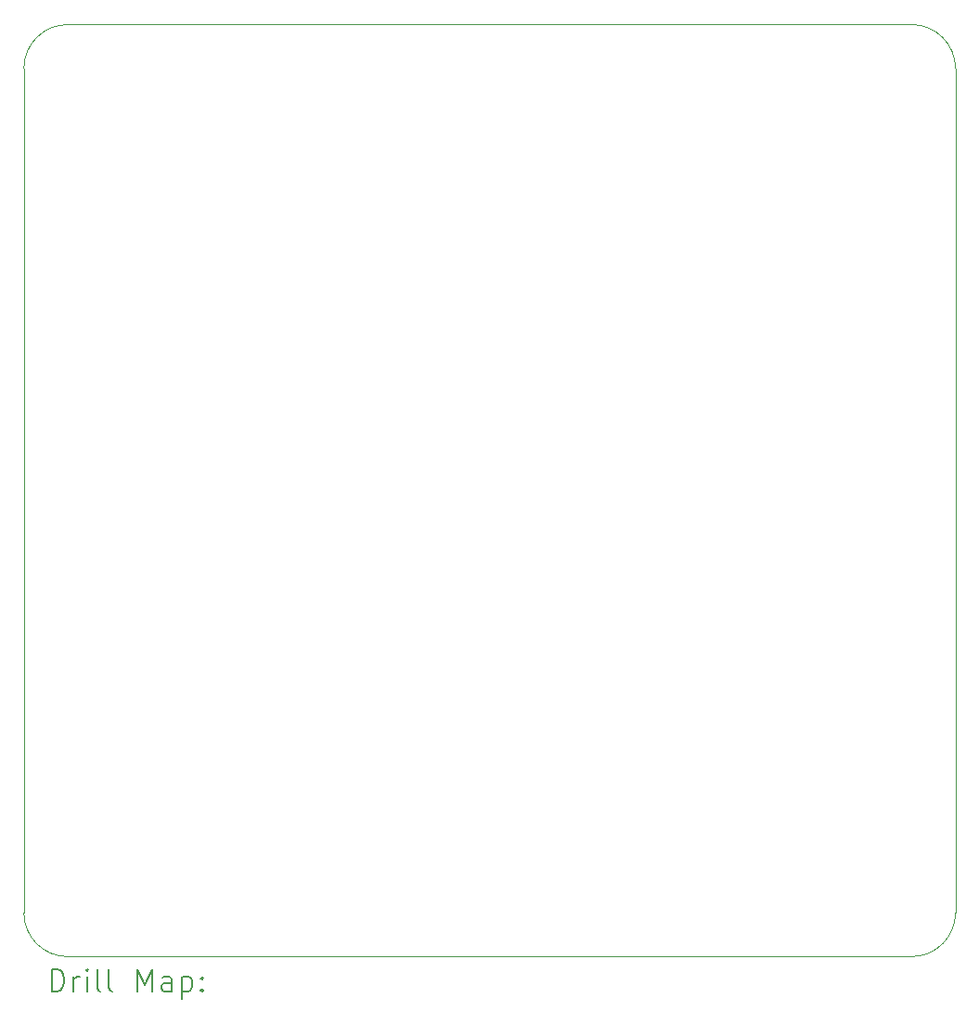
<source format=gbr>
%FSLAX45Y45*%
G04 Gerber Fmt 4.5, Leading zero omitted, Abs format (unit mm)*
G04 Created by KiCad (PCBNEW (6.0.5)) date 2025-04-13 13:18:47*
%MOMM*%
%LPD*%
G01*
G04 APERTURE LIST*
%TA.AperFunction,Profile*%
%ADD10C,0.100000*%
%TD*%
%ADD11C,0.200000*%
G04 APERTURE END LIST*
D10*
X9200000Y-13900000D02*
X9200000Y-6200000D01*
X17300000Y-14300000D02*
G75*
G03*
X17700000Y-13900000I0J400000D01*
G01*
X9600000Y-5800000D02*
X17300000Y-5800000D01*
X17700000Y-6200000D02*
X17700000Y-13900000D01*
X17700000Y-6200000D02*
G75*
G03*
X17300000Y-5800000I-400000J0D01*
G01*
X9600000Y-5800000D02*
G75*
G03*
X9200000Y-6200000I0J-400000D01*
G01*
X17300000Y-14300000D02*
X9600000Y-14300000D01*
X9200000Y-13900000D02*
G75*
G03*
X9600000Y-14300000I400000J0D01*
G01*
D11*
X9452619Y-14615476D02*
X9452619Y-14415476D01*
X9500238Y-14415476D01*
X9528810Y-14425000D01*
X9547857Y-14444048D01*
X9557381Y-14463095D01*
X9566905Y-14501190D01*
X9566905Y-14529762D01*
X9557381Y-14567857D01*
X9547857Y-14586905D01*
X9528810Y-14605952D01*
X9500238Y-14615476D01*
X9452619Y-14615476D01*
X9652619Y-14615476D02*
X9652619Y-14482143D01*
X9652619Y-14520238D02*
X9662143Y-14501190D01*
X9671667Y-14491667D01*
X9690714Y-14482143D01*
X9709762Y-14482143D01*
X9776429Y-14615476D02*
X9776429Y-14482143D01*
X9776429Y-14415476D02*
X9766905Y-14425000D01*
X9776429Y-14434524D01*
X9785952Y-14425000D01*
X9776429Y-14415476D01*
X9776429Y-14434524D01*
X9900238Y-14615476D02*
X9881190Y-14605952D01*
X9871667Y-14586905D01*
X9871667Y-14415476D01*
X10005000Y-14615476D02*
X9985952Y-14605952D01*
X9976429Y-14586905D01*
X9976429Y-14415476D01*
X10233571Y-14615476D02*
X10233571Y-14415476D01*
X10300238Y-14558333D01*
X10366905Y-14415476D01*
X10366905Y-14615476D01*
X10547857Y-14615476D02*
X10547857Y-14510714D01*
X10538333Y-14491667D01*
X10519286Y-14482143D01*
X10481190Y-14482143D01*
X10462143Y-14491667D01*
X10547857Y-14605952D02*
X10528810Y-14615476D01*
X10481190Y-14615476D01*
X10462143Y-14605952D01*
X10452619Y-14586905D01*
X10452619Y-14567857D01*
X10462143Y-14548809D01*
X10481190Y-14539286D01*
X10528810Y-14539286D01*
X10547857Y-14529762D01*
X10643095Y-14482143D02*
X10643095Y-14682143D01*
X10643095Y-14491667D02*
X10662143Y-14482143D01*
X10700238Y-14482143D01*
X10719286Y-14491667D01*
X10728810Y-14501190D01*
X10738333Y-14520238D01*
X10738333Y-14577381D01*
X10728810Y-14596428D01*
X10719286Y-14605952D01*
X10700238Y-14615476D01*
X10662143Y-14615476D01*
X10643095Y-14605952D01*
X10824048Y-14596428D02*
X10833571Y-14605952D01*
X10824048Y-14615476D01*
X10814524Y-14605952D01*
X10824048Y-14596428D01*
X10824048Y-14615476D01*
X10824048Y-14491667D02*
X10833571Y-14501190D01*
X10824048Y-14510714D01*
X10814524Y-14501190D01*
X10824048Y-14491667D01*
X10824048Y-14510714D01*
M02*

</source>
